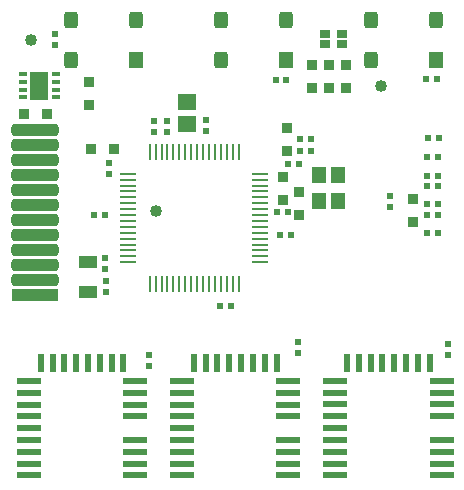
<source format=gtp>
%FSTAX23Y23*%
%MOMM*%
%SFA1B1*%

%IPPOS*%
%AMD12*
4,1,8,0.000000,0.508000,0.000000,0.508000,-0.508000,0.000000,-0.508000,0.000000,0.000000,-0.508000,0.000000,-0.508000,0.508000,0.000000,0.508000,0.000000,0.000000,0.508000,0.0*
1,1,1.016000,0.000000,0.000000*
1,1,1.016000,0.000000,0.000000*
1,1,1.016000,0.000000,0.000000*
1,1,1.016000,0.000000,0.000000*
%
%AMD14*
4,1,8,1.750060,0.500380,-1.750060,0.500380,-1.998980,0.248920,-1.998980,-0.248920,-1.750060,-0.500380,1.750060,-0.500380,1.998980,-0.248920,1.998980,0.248920,1.750060,0.500380,0.0*
1,1,0.500000,1.750060,0.248920*
1,1,0.500000,-1.750060,0.248920*
1,1,0.500000,-1.750060,-0.248920*
1,1,0.500000,1.750060,-0.248920*
%
%AMD27*
4,1,8,-0.599440,0.398780,-0.599440,-0.398780,-0.299720,-0.701040,0.299720,-0.701040,0.599440,-0.398780,0.599440,0.398780,0.299720,0.701040,-0.299720,0.701040,-0.599440,0.398780,0.0*
1,1,0.600000,-0.299720,0.398780*
1,1,0.600000,-0.299720,-0.398780*
1,1,0.600000,0.299720,-0.398780*
1,1,0.600000,0.299720,0.398780*
%
%ADD10R,1.999996X0.499999*%
%ADD11R,0.499999X1.499997*%
G04~CAMADD=12~8~0.0~0.0~400.0~400.0~200.0~0.0~15~0.0~0.0~0.0~0.0~0~0.0~0.0~0.0~0.0~0~0.0~0.0~0.0~0.0~400.0~400.0*
%ADD12D12*%
%ADD13R,3.999992X0.999998*%
G04~CAMADD=14~8~0.0~0.0~1574.8~393.7~98.4~0.0~15~0.0~0.0~0.0~0.0~0~0.0~0.0~0.0~0.0~0~0.0~0.0~0.0~0.0~1574.8~393.7*
%ADD14D14*%
%ADD15R,0.619999X0.599999*%
%ADD16R,0.599999X0.619999*%
%ADD17R,0.549999X0.549999*%
%ADD18R,0.279399X1.473197*%
%ADD19R,1.473197X0.279399*%
%ADD20R,0.949998X0.849998*%
%ADD21R,0.849998X0.949998*%
%ADD22R,1.549997X0.999998*%
%ADD23R,0.549999X0.549999*%
%ADD24R,0.649999X0.299999*%
%ADD25R,1.600197X2.349995*%
%ADD26R,1.199998X1.399997*%
G04~CAMADD=27~8~0.0~0.0~551.2~472.4~118.1~0.0~15~0.0~0.0~0.0~0.0~0~0.0~0.0~0.0~0.0~0~0.0~0.0~0.0~90.0~474.0~551.0*
%ADD27D27*%
%ADD28R,0.849998X0.649999*%
%ADD29R,1.523997X1.320797*%
%ADD30R,1.219198X1.422397*%
%LNdatapcb-1*%
%LPD*%
G54D10*
X-10579Y-33361D03*
Y-34361D03*
Y-35361D03*
Y-36361D03*
Y-37361D03*
Y-38361D03*
Y-39361D03*
Y-32361D03*
Y-31361D03*
X-01579D03*
Y-32361D03*
Y-33361D03*
Y-34361D03*
Y-37361D03*
Y-36361D03*
Y-38361D03*
Y-39361D03*
X-23549Y-33362D03*
Y-34362D03*
Y-35362D03*
Y-36362D03*
Y-37362D03*
Y-38362D03*
Y-39362D03*
Y-32362D03*
Y-31362D03*
X-14549D03*
Y-32362D03*
Y-33362D03*
Y-34362D03*
Y-37362D03*
Y-36362D03*
Y-38362D03*
Y-39362D03*
X-36518Y-33362D03*
Y-34362D03*
Y-35362D03*
Y-36362D03*
Y-37362D03*
Y-38362D03*
Y-39362D03*
Y-32362D03*
Y-31362D03*
X-27518D03*
Y-32362D03*
Y-33362D03*
Y-34362D03*
Y-37362D03*
Y-36362D03*
Y-38362D03*
Y-39362D03*
G54D11*
X-08579Y-29861D03*
X-07579D03*
X-05579D03*
X-06579D03*
X-03579D03*
X-02579D03*
X-04579D03*
X-09579D03*
X-21549Y-29862D03*
X-20549D03*
X-18549D03*
X-19549D03*
X-16549D03*
X-15549D03*
X-17549D03*
X-22549D03*
X-34518D03*
X-33518D03*
X-31518D03*
X-32518D03*
X-29518D03*
X-28518D03*
X-30518D03*
X-35518D03*
G54D12*
X-25787Y-16938D03*
X-3637Y-0247D03*
X-06738Y-06364D03*
G54D13*
X-36027Y-24093D03*
G54D14*
X-36027Y-22823D03*
Y-21553D03*
Y-19013D03*
Y-20283D03*
Y-15203D03*
Y-13933D03*
Y-16473D03*
Y-17743D03*
Y-11393D03*
Y-12663D03*
Y-10123D03*
G54D15*
X-01051Y-29157D03*
Y-28237D03*
X-26342Y-30077D03*
Y-29157D03*
X-13696Y-28977D03*
Y-28057D03*
X-2595Y-09354D03*
Y-10274D03*
X-21531Y-0927D03*
Y-1019D03*
X-29711Y-12895D03*
Y-13815D03*
X-2483Y-09367D03*
Y-10287D03*
X-05941Y-1662D03*
Y-157D03*
X-30046Y-21903D03*
Y-20983D03*
X-3003Y-22947D03*
Y-23867D03*
G54D16*
X-30975Y-17342D03*
X-30055D03*
X-14322Y-19011D03*
X-15242D03*
X-14609Y-17053D03*
X-15529D03*
X-19423Y-25016D03*
X-20343D03*
X-13647Y-12971D03*
X-14567D03*
X-13564Y-11878D03*
X-12644D03*
G54D17*
X-02737Y-10821D03*
X-01837D03*
X-02787Y-12414D03*
X-01887D03*
X-02805Y-13995D03*
X-01905D03*
X-02793Y-14885D03*
X-01893D03*
X-02805Y-16416D03*
X-01905D03*
X-02812Y-17292D03*
X-01912D03*
X-02813Y-18827D03*
X-01913D03*
X-14726Y-05911D03*
X-15626D03*
X-02005Y-05836D03*
X-02905D03*
X-12671Y-1092D03*
X-13571D03*
G54D18*
X-1877Y-11952D03*
X-19278D03*
X-19786D03*
X-20269D03*
X-20777D03*
X-21285D03*
X-21767D03*
X-22275D03*
X-22783D03*
X-23291D03*
X-23774D03*
X-24282D03*
X-2479D03*
X-25273D03*
X-25781D03*
X-26289D03*
Y-23179D03*
X-25781D03*
X-25273D03*
X-2479D03*
X-24282D03*
X-23774D03*
X-23291D03*
X-22783D03*
X-22275D03*
X-21767D03*
X-21285D03*
X-20777D03*
X-20269D03*
X-19786D03*
X-19278D03*
X-1877D03*
G54D19*
X-28143Y-13806D03*
Y-14314D03*
Y-14822D03*
Y-15305D03*
Y-15813D03*
Y-16321D03*
Y-16803D03*
Y-17311D03*
Y-17819D03*
Y-18327D03*
Y-1881D03*
Y-19318D03*
Y-19826D03*
Y-20308D03*
Y-20816D03*
Y-21324D03*
X-16916D03*
Y-20816D03*
Y-20308D03*
Y-19826D03*
Y-19318D03*
Y-1881D03*
Y-18327D03*
Y-17819D03*
Y-17311D03*
Y-16803D03*
Y-16321D03*
Y-15813D03*
Y-15305D03*
Y-14822D03*
Y-14314D03*
Y-13806D03*
G54D20*
X-11088Y-06574D03*
Y-04624D03*
X-09666Y-06574D03*
Y-04624D03*
X-12509Y-06574D03*
Y-04624D03*
X-31452Y-07968D03*
Y-06018D03*
X-03996Y-15951D03*
Y-17901D03*
X-15004Y-14112D03*
Y-16062D03*
X-1363Y-15332D03*
Y-17282D03*
X-14684Y-11936D03*
Y-09986D03*
G54D21*
X-36932Y-08761D03*
X-34982D03*
X-31246Y-11691D03*
X-29296D03*
G54D22*
X-31533Y-23872D03*
Y-21272D03*
G54D23*
X-34335Y-0201D03*
Y-0291D03*
G54D24*
X-37007Y-05405D03*
Y-06055D03*
Y-06705D03*
Y-07355D03*
X-34257D03*
Y-06705D03*
Y-06055D03*
Y-05405D03*
G54D25*
X-35632Y-0638D03*
G54D26*
X-27409Y-04199D03*
X-14709D03*
X-02009D03*
G54D27*
X-32959Y-04199D03*
X-27409Y-00799D03*
X-32959D03*
X-20259Y-04199D03*
X-14709Y-00799D03*
X-20259D03*
X-07559Y-04199D03*
X-02009Y-00799D03*
X-07559D03*
G54D28*
X-09994Y-02804D03*
X-11444Y-01954D03*
X-09994D03*
X-11444Y-02804D03*
G54D29*
X-23146Y-07738D03*
Y-09653D03*
G54D30*
X-10358Y-1393D03*
Y-16147D03*
X-11971Y-1393D03*
Y-16147D03*
M02*
</source>
